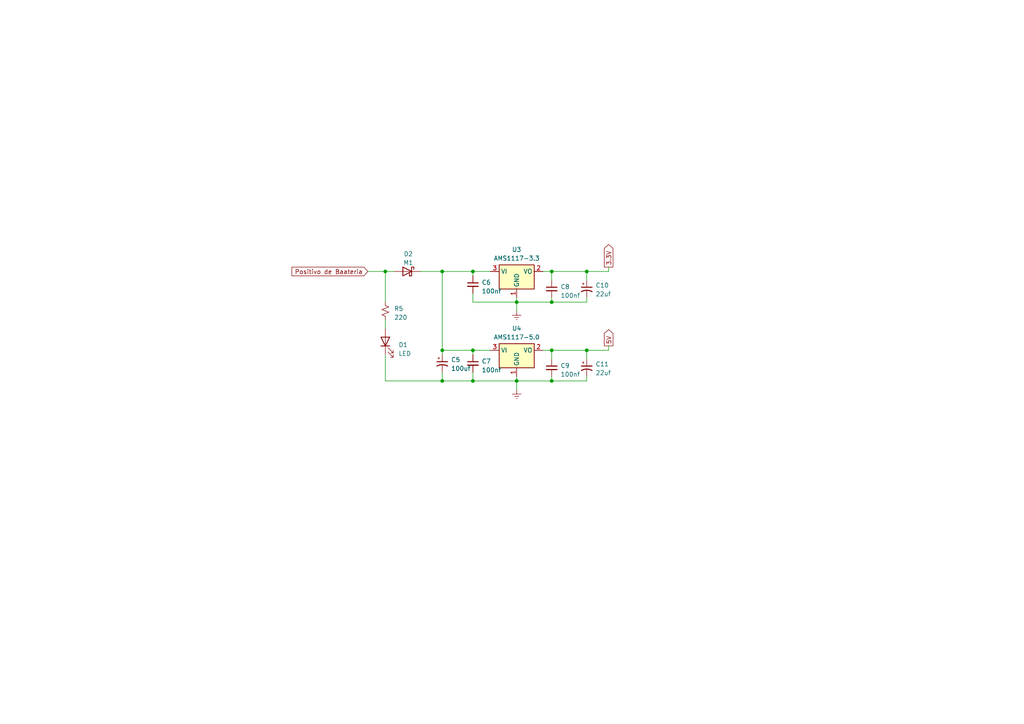
<source format=kicad_sch>
(kicad_sch (version 20230121) (generator eeschema)
  (paper "A4")
  (lib_symbols
    (symbol "Device:C_Polarized_Small_US" (pin_numbers hide) (pin_names (offset 0.254) hide)
      (property "Reference" "C" (at 0.254 1.778 0))
      (property "Value" "C_Polarized_Small_US" (at 0.254 -2.032 0))
      (symbol "C_Polarized_Small_US_0_1"
        (polyline (pts (xy -1.524 0.508) (xy 1.524 0.508)) (stroke (width 0.3048)))
        (polyline (pts (xy -1.27 1.524) (xy -0.762 1.524)))
        (polyline (pts (xy -1.016 1.27) (xy -1.016 1.778)))
        (arc (start 1.524 -0.762) (mid 0 -0.3734) (end -1.524 -0.762) (stroke (width 0.3048)))
      )
      (symbol "C_Polarized_Small_US_1_1"
        (pin passive line (at 0 2.54 270) (length 2.032) (name "~") (number "1"))
        (pin passive line (at 0 -2.54 90) (length 2.032) (name "~") (number "2"))
      )
    )
    (symbol "Device:C_Small" (pin_numbers hide) (pin_names (offset 0.254) hide)
      (property "Reference" "C" (at 0.254 1.778 0))
      (property "Value" "C_Small" (at 0.254 -2.032 0))
      (symbol "C_Small_0_1"
        (polyline (pts (xy -1.524 -0.508) (xy 1.524 -0.508)) (stroke (width 0.3302)))
        (polyline (pts (xy -1.524 0.508) (xy 1.524 0.508)) (stroke (width 0.3048)))
      )
      (symbol "C_Small_1_1"
        (pin passive line (at 0 2.54 270) (length 2.032) (name "~") (number "1"))
        (pin passive line (at 0 -2.54 90) (length 2.032) (name "~") (number "2"))
      )
    )
    (symbol "Device:LED" (pin_numbers hide) (pin_names (offset 1.016) hide)
      (property "Reference" "D" (at 0 2.54 0))
      (property "Value" "LED" (at 0 -2.54 0))
      (symbol "LED_0_1"
        (polyline (pts (xy -1.27 -1.27) (xy -1.27 1.27)) (stroke (width 0.254)))
        (polyline (pts (xy -1.27 0) (xy 1.27 0)))
        (polyline (pts (xy 1.27 -1.27) (xy 1.27 1.27) (xy -1.27 0) (xy 1.27 -1.27)) (stroke (width 0.254)))
        (polyline (pts (xy -3.048 -0.762) (xy -4.572 -2.286) (xy -3.81 -2.286) (xy -4.572 -2.286) (xy -4.572 -1.524)))
        (polyline (pts (xy -1.778 -0.762) (xy -3.302 -2.286) (xy -2.54 -2.286) (xy -3.302 -2.286) (xy -3.302 -1.524)))
      )
      (symbol "LED_1_1"
        (pin passive line (at -3.81 0 0) (length 2.54) (name "K") (number "1"))
        (pin passive line (at 3.81 0 180) (length 2.54) (name "A") (number "2"))
      )
    )
    (symbol "Device:R_Small_US" (pin_numbers hide) (pin_names (offset 0.254) hide)
      (property "Reference" "R" (at 0.762 0.508 0))
      (property "Value" "R_Small_US" (at 0.762 -1.016 0))
      (symbol "R_Small_US_1_1"
        (polyline (pts (xy 0 0) (xy 1.016 -0.381) (xy 0 -0.762) (xy -1.016 -1.143) (xy 0 -1.524)))
        (polyline (pts (xy 0 1.524) (xy 1.016 1.143) (xy 0 0.762) (xy -1.016 0.381) (xy 0 0)))
        (pin passive line (at 0 2.54 270) (length 1.016) (name "~") (number "1"))
        (pin passive line (at 0 -2.54 90) (length 1.016) (name "~") (number "2"))
      )
    )
    (symbol "Diode:B120-E3" (pin_numbers hide) (pin_names hide)
      (property "Reference" "D" (at 0 2.54 0))
      (property "Value" "B120-E3" (at 0 -2.54 0))
      (symbol "B120-E3_0_1"
        (polyline (pts (xy 1.27 0) (xy -1.27 0)))
        (polyline (pts (xy 1.27 1.27) (xy 1.27 -1.27) (xy -1.27 0) (xy 1.27 1.27)) (stroke (width 0.254)))
        (polyline (pts (xy -1.905 0.635) (xy -1.905 1.27) (xy -1.27 1.27) (xy -1.27 -1.27) (xy -0.635 -1.27) (xy -0.635 -0.635)) (stroke (width 0.254)))
      )
      (symbol "B120-E3_1_1"
        (pin passive line (at -3.81 0 0) (length 2.54) (name "K") (number "1"))
        (pin passive line (at 3.81 0 180) (length 2.54) (name "A") (number "2"))
      )
    )
    (symbol "Regulator_Linear:AMS1117-3.3"
      (property "Reference" "U" (at -3.81 3.175 0))
      (property "Value" "AMS1117-3.3" (at 0 3.175 0))
      (symbol "AMS1117-3.3_0_1"
        (rectangle (start -5.08 -5.08) (end 5.08 1.905) (stroke (width 0.254)) (fill (type background)))
      )
      (symbol "AMS1117-3.3_1_1"
        (pin power_in line (at 0 -7.62 90) (length 2.54) (name "GND") (number "1"))
        (pin power_out line (at 7.62 0 180) (length 2.54) (name "VO") (number "2"))
        (pin power_in line (at -7.62 0 0) (length 2.54) (name "VI") (number "3"))
      )
    )
    (symbol "Regulator_Linear:AMS1117-5.0"
      (property "Reference" "U" (at -3.81 3.175 0))
      (property "Value" "AMS1117-5.0" (at 0 3.175 0))
      (symbol "AMS1117-5.0_0_1"
        (rectangle (start -5.08 -5.08) (end 5.08 1.905) (stroke (width 0.254)) (fill (type background)))
      )
      (symbol "AMS1117-5.0_1_1"
        (pin power_in line (at 0 -7.62 90) (length 2.54) (name "GND") (number "1"))
        (pin power_out line (at 7.62 0 180) (length 2.54) (name "VO") (number "2"))
        (pin power_in line (at -7.62 0 0) (length 2.54) (name "VI") (number "3"))
      )
    )
    (symbol "power:Earth" (power) (pin_names (offset 0))
      (symbol "Earth_0_1"
        (polyline (pts (xy -0.635 -1.905) (xy 0.635 -1.905)))
        (polyline (pts (xy -0.127 -2.54) (xy 0.127 -2.54)))
        (polyline (pts (xy 0 -1.27) (xy 0 0)))
        (polyline (pts (xy 1.27 -1.27) (xy -1.27 -1.27)))
      )
      (symbol "Earth_1_1"
        (pin power_in line (at 0 0 270) (length 0) hide (name "Earth") (number "1"))
      )
    )
  )
  (junction (at 160.02 101.6))
  (junction (at 128.27 78.74))
  (junction (at 170.18 78.74))
  (junction (at 160.02 78.74))
  (junction (at 170.18 101.6))
  (junction (at 128.27 110.49))
  (junction (at 160.02 87.63))
  (junction (at 149.86 87.63))
  (junction (at 160.02 110.49))
  (junction (at 137.16 78.74))
  (junction (at 137.16 101.6))
  (junction (at 111.76 78.74))
  (junction (at 149.86 110.49))
  (junction (at 128.27 101.6))
  (junction (at 137.16 110.49))
  (wire (pts (xy 170.18 110.49) (xy 160.02 110.49)))
  (wire (pts (xy 111.76 110.49) (xy 128.27 110.49)))
  (wire (pts (xy 170.18 101.6) (xy 170.18 104.14)))
  (wire (pts (xy 137.16 101.6) (xy 142.24 101.6)))
  (wire (pts (xy 160.02 86.36) (xy 160.02 87.63)))
  (wire (pts (xy 149.86 87.63) (xy 160.02 87.63)))
  (wire (pts (xy 106.68 78.74) (xy 111.76 78.74)))
  (wire (pts (xy 137.16 78.74) (xy 142.24 78.74)))
  (wire (pts (xy 170.18 78.74) (xy 176.53 78.74)))
  (wire (pts (xy 160.02 109.22) (xy 160.02 110.49)))
  (wire (pts (xy 111.76 102.87) (xy 111.76 110.49)))
  (wire (pts (xy 128.27 107.95) (xy 128.27 110.49)))
  (wire (pts (xy 137.16 107.95) (xy 137.16 110.49)))
  (wire (pts (xy 170.18 101.6) (xy 176.53 101.6)))
  (wire (pts (xy 137.16 78.74) (xy 137.16 80.01)))
  (wire (pts (xy 149.86 87.63) (xy 149.86 90.17)))
  (wire (pts (xy 128.27 78.74) (xy 137.16 78.74)))
  (wire (pts (xy 160.02 78.74) (xy 160.02 81.28)))
  (wire (pts (xy 170.18 78.74) (xy 170.18 81.28)))
  (wire (pts (xy 128.27 110.49) (xy 137.16 110.49)))
  (wire (pts (xy 137.16 110.49) (xy 149.86 110.49)))
  (wire (pts (xy 111.76 87.63) (xy 111.76 78.74)))
  (wire (pts (xy 157.48 101.6) (xy 160.02 101.6)))
  (wire (pts (xy 121.92 78.74) (xy 128.27 78.74)))
  (wire (pts (xy 160.02 78.74) (xy 170.18 78.74)))
  (wire (pts (xy 149.86 87.63) (xy 149.86 86.36)))
  (wire (pts (xy 137.16 87.63) (xy 149.86 87.63)))
  (wire (pts (xy 149.86 110.49) (xy 149.86 109.22)))
  (wire (pts (xy 128.27 101.6) (xy 128.27 78.74)))
  (wire (pts (xy 176.53 101.6) (xy 176.53 100.33)))
  (wire (pts (xy 157.48 78.74) (xy 160.02 78.74)))
  (wire (pts (xy 111.76 92.71) (xy 111.76 95.25)))
  (wire (pts (xy 160.02 101.6) (xy 160.02 104.14)))
  (wire (pts (xy 176.53 78.74) (xy 176.53 77.47)))
  (wire (pts (xy 160.02 87.63) (xy 170.18 87.63)))
  (wire (pts (xy 149.86 110.49) (xy 149.86 113.03)))
  (wire (pts (xy 160.02 101.6) (xy 170.18 101.6)))
  (wire (pts (xy 111.76 78.74) (xy 114.3 78.74)))
  (wire (pts (xy 149.86 110.49) (xy 160.02 110.49)))
  (wire (pts (xy 137.16 101.6) (xy 137.16 102.87)))
  (wire (pts (xy 170.18 109.22) (xy 170.18 110.49)))
  (wire (pts (xy 170.18 86.36) (xy 170.18 87.63)))
  (wire (pts (xy 137.16 85.09) (xy 137.16 87.63)))
  (wire (pts (xy 128.27 101.6) (xy 137.16 101.6)))
  (wire (pts (xy 128.27 101.6) (xy 128.27 102.87)))
  (global_label "3.3V" (shape output) (at 176.53 77.47 90) (property "Intersheetrefs" "${INTERSHEET_REFS}" (effects hide)))
  (global_label "Positivo de Baateria" (shape input) (at 106.68 78.74 180) (property "Intersheetrefs" "${INTERSHEET_REFS}" (effects hide)))
  (global_label "5V" (shape output) (at 176.53 100.33 90) (property "Intersheetrefs" "${INTERSHEET_REFS}" (effects hide)))
  (symbol (lib_id "Regulator_Linear:AMS1117-5.0") (at 149.86 101.6 0) (unit 1)
    (property "Reference" "U4" (at 149.86 95.25 0))
    (property "Value" "AMS1117-5.0" (at 149.86 97.79 0))
    (property "Footprint" "Package_TO_SOT_SMD:SOT-223-3_TabPin2" (effects hide))
    (property "Datasheet" "http://www.advanced-monolithic.com/pdf/ds1117.pdf" (effects hide))
    (instances (project "KISS_V2" (path "" (reference "U4") (unit 1))) (project "reguladores" (path "" (reference "U1") (unit 1))))
  )
  (symbol (lib_id "Device:C_Polarized_Small_US") (at 170.18 106.68 0) (unit 1)
    (property "Reference" "C11" (at 172.72 105.6132 0) (effects (justify left)))
    (property "Value" "22uf" (at 172.72 108.1532 0) (effects (justify left)))
    (property "Footprint" "Capacitor_SMD:CP_Elec_6.3x3" (effects hide))
    (instances (project "KISS_V2" (path "" (reference "C11") (unit 1))) (project "reguladores" (path "" (reference "C7") (unit 1))))
  )
  (symbol (lib_id "Device:LED") (at 111.76 99.06 90) (unit 1)
    (property "Reference" "D1" (at 115.57 100.0125 90) (effects (justify right)))
    (property "Value" "LED" (at 115.57 102.5525 90) (effects (justify right)))
    (property "Footprint" "LED_SMD:LED_1206_3216Metric" (effects hide))
    (instances (project "KISS_V2" (path "" (reference "D1") (unit 1))) (project "reguladores" (path "" (reference "D2") (unit 1))))
  )
  (symbol (lib_id "Device:C_Small") (at 160.02 106.68 0) (unit 1)
    (property "Reference" "C9" (at 162.56 106.0513 0) (effects (justify left)))
    (property "Value" "100nf" (at 162.56 108.5913 0) (effects (justify left)))
    (property "Footprint" "Capacitor_SMD:C_0201_0603Metric" (effects hide))
    (instances (project "KISS_V2" (path "" (reference "C9") (unit 1))) (project "reguladores" (path "" (reference "C6") (unit 1))))
  )
  (symbol (lib_id "Regulator_Linear:AMS1117-3.3") (at 149.86 78.74 0) (unit 1)
    (property "Reference" "U3" (at 149.86 72.39 0))
    (property "Value" "AMS1117-3.3" (at 149.86 74.93 0))
    (property "Footprint" "Package_TO_SOT_SMD:SOT-223-3_TabPin2" (effects hide))
    (property "Datasheet" "http://www.advanced-monolithic.com/pdf/ds1117.pdf" (effects hide))
    (instances (project "KISS_V2" (path "" (reference "U3") (unit 1))) (project "reguladores" (path "" (reference "U2") (unit 1))))
  )
  (symbol (lib_id "Device:R_Small_US") (at 111.76 90.17 0) (unit 1)
    (property "Reference" "R5" (at 114.3 89.535 0) (effects (justify left)))
    (property "Value" "220" (at 114.3 92.075 0) (effects (justify left)))
    (property "Footprint" "Resistor_SMD:R_0201_0603Metric" (effects hide))
    (instances (project "KISS_V2" (path "" (reference "R5") (unit 1))) (project "reguladores" (path "" (reference "R1") (unit 1))))
  )
  (symbol (lib_id "Device:C_Polarized_Small_US") (at 170.18 83.82 0) (unit 1)
    (property "Reference" "C10" (at 172.72 82.7532 0) (effects (justify left)))
    (property "Value" "22uf" (at 172.72 85.2932 0) (effects (justify left)))
    (property "Footprint" "Capacitor_SMD:CP_Elec_6.3x3" (effects hide))
    (instances (project "KISS_V2" (path "" (reference "C10") (unit 1))) (project "reguladores" (path "" (reference "C4") (unit 1))))
  )
  (symbol (lib_id "power:Earth") (at 149.86 90.17 0) (unit 1)
    (property "Reference" "#PWR07" (effects hide))
    (property "Value" "Earth" (effects hide))
    (instances (project "KISS_V2" (path "" (reference "#PWR07") (unit 1))) (project "reguladores" (path "" (reference "#PWR01") (unit 1))))
  )
  (symbol (lib_id "power:Earth") (at 149.86 113.03 0) (unit 1)
    (property "Reference" "#PWR08" (effects hide))
    (property "Value" "Earth" (effects hide))
    (instances (project "KISS_V2" (path "" (reference "#PWR08") (unit 1))) (project "reguladores" (path "" (reference "#PWR04") (unit 1))))
  )
  (symbol (lib_id "Device:C_Polarized_Small_US") (at 128.27 105.41 0) (unit 1)
    (property "Reference" "C5" (at 130.81 104.3432 0) (effects (justify left)))
    (property "Value" "100uf" (at 130.81 106.8832 0) (effects (justify left)))
    (property "Footprint" "Capacitor_SMD:CP_Elec_6.3x3" (effects hide))
    (instances (project "KISS_V2" (path "" (reference "C5") (unit 1))) (project "reguladores" (path "" (reference "C1") (unit 1))))
  )
  (symbol (lib_id "Diode:B120-E3") (at 118.11 78.74 0) (mirror y) (unit 1)
    (property "Reference" "D2" (at 118.4275 73.66 0))
    (property "Value" "M1" (at 118.4275 76.2 0))
    (property "Footprint" "Diode_SMD:D_SMA" (effects hide))
    (property "Datasheet" "http://www.vishay.com/docs/88946/b120.pdf" (effects hide))
    (instances (project "KISS_V2" (path "" (reference "D2") (unit 1))) (project "reguladores" (path "" (reference "D1") (unit 1))))
  )
  (symbol (lib_id "Device:C_Small") (at 160.02 83.82 0) (unit 1)
    (property "Reference" "C8" (at 162.56 83.1913 0) (effects (justify left)))
    (property "Value" "100nf" (at 162.56 85.7313 0) (effects (justify left)))
    (property "Footprint" "Capacitor_SMD:C_0201_0603Metric" (effects hide))
    (instances (project "KISS_V2" (path "" (reference "C8") (unit 1))) (project "reguladores" (path "" (reference "C3") (unit 1))))
  )
  (symbol (lib_id "Device:C_Small") (at 137.16 105.41 0) (unit 1)
    (property "Reference" "C7" (at 139.7 104.7813 0) (effects (justify left)))
    (property "Value" "100nf" (at 139.7 107.3213 0) (effects (justify left)))
    (property "Footprint" "Capacitor_SMD:C_0201_0603Metric" (effects hide))
    (instances (project "KISS_V2" (path "" (reference "C7") (unit 1))) (project "reguladores" (path "" (reference "C5") (unit 1))))
  )
  (symbol (lib_id "Device:C_Small") (at 137.16 82.55 0) (unit 1)
    (property "Reference" "C6" (at 139.7 81.9213 0) (effects (justify left)))
    (property "Value" "100nf" (at 139.7 84.4613 0) (effects (justify left)))
    (property "Footprint" "Capacitor_SMD:C_0201_0603Metric" (effects hide))
    (instances (project "KISS_V2" (path "" (reference "C6") (unit 1))) (project "reguladores" (path "" (reference "C2") (unit 1))))
  )
)
</source>
